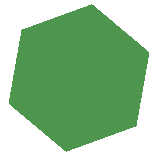
<source format=gbr>
%FSLAX34Y34*%
%MOIN*%
%ADD10P,0.5X6X20*%
D10*
X0Y0D03*
M02*

</source>
